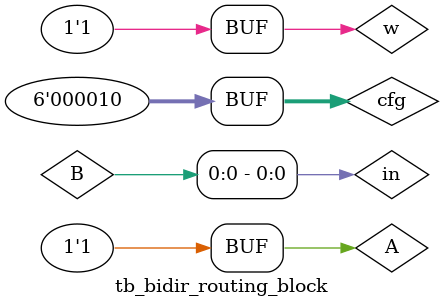
<source format=v>
module tb_bidir_routing_block();
	// Test ports
	reg A;
	wire B;
	reg [5:0] cfg;
	wire [2:0] in; // not just in, but also out possibly
	wire w;

	assign w = A;
	assign B = in[0];

	io_block iob1(cfg, in, w);
	initial begin
		cfg = 6'b0;
		cfg[0] = 1'b1;
		#10 A = 1'b0;
		$monitor("A = %b, cfg = %b, B = %b",
				A, cfg, B);
		#10 A = 1'b0;
		#10 A = 1'b1;
		#10 cfg[0] = 1'b0; cfg[1] = 1'b1;
		A = 1'b0;
		#10 A = 1'b1;

	end
endmodule


</source>
